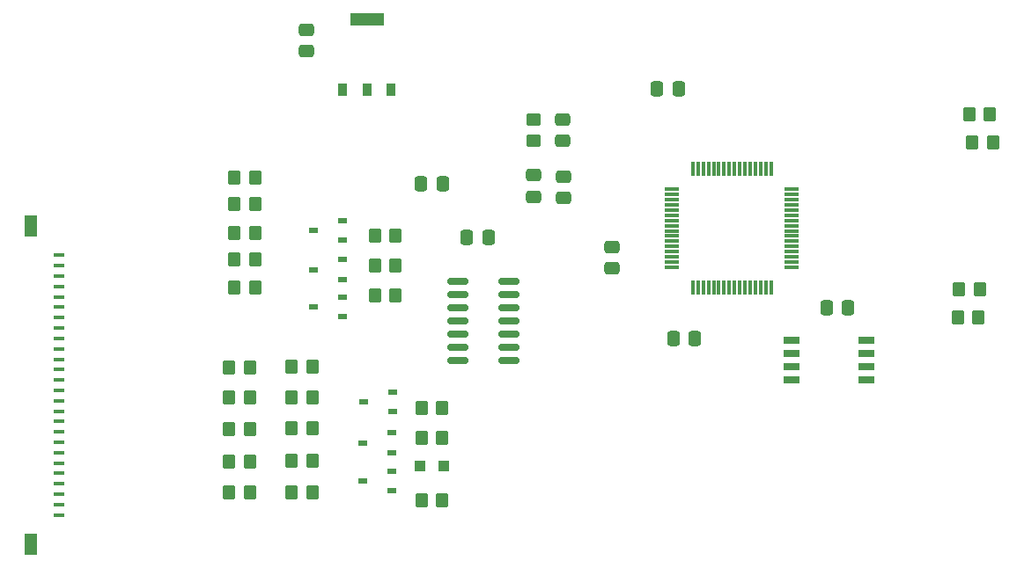
<source format=gbr>
%TF.GenerationSoftware,KiCad,Pcbnew,8.0.9*%
%TF.CreationDate,2025-04-11T10:46:46+01:00*%
%TF.ProjectId,Gotek,476f7465-6b2e-46b6-9963-61645f706362,rev?*%
%TF.SameCoordinates,Original*%
%TF.FileFunction,Paste,Top*%
%TF.FilePolarity,Positive*%
%FSLAX46Y46*%
G04 Gerber Fmt 4.6, Leading zero omitted, Abs format (unit mm)*
G04 Created by KiCad (PCBNEW 8.0.9) date 2025-04-11 10:46:46*
%MOMM*%
%LPD*%
G01*
G04 APERTURE LIST*
G04 Aperture macros list*
%AMRoundRect*
0 Rectangle with rounded corners*
0 $1 Rounding radius*
0 $2 $3 $4 $5 $6 $7 $8 $9 X,Y pos of 4 corners*
0 Add a 4 corners polygon primitive as box body*
4,1,4,$2,$3,$4,$5,$6,$7,$8,$9,$2,$3,0*
0 Add four circle primitives for the rounded corners*
1,1,$1+$1,$2,$3*
1,1,$1+$1,$4,$5*
1,1,$1+$1,$6,$7*
1,1,$1+$1,$8,$9*
0 Add four rect primitives between the rounded corners*
20,1,$1+$1,$2,$3,$4,$5,0*
20,1,$1+$1,$4,$5,$6,$7,0*
20,1,$1+$1,$6,$7,$8,$9,0*
20,1,$1+$1,$8,$9,$2,$3,0*%
G04 Aperture macros list end*
%ADD10R,1.000000X1.000000*%
%ADD11RoundRect,0.250000X-0.350000X-0.450000X0.350000X-0.450000X0.350000X0.450000X-0.350000X0.450000X0*%
%ADD12RoundRect,0.250000X-0.475000X0.337500X-0.475000X-0.337500X0.475000X-0.337500X0.475000X0.337500X0*%
%ADD13R,0.900000X0.600000*%
%ADD14RoundRect,0.250000X-0.337500X-0.475000X0.337500X-0.475000X0.337500X0.475000X-0.337500X0.475000X0*%
%ADD15R,1.000000X0.400000*%
%ADD16R,1.300000X2.000000*%
%ADD17R,1.650000X0.700000*%
%ADD18R,1.475000X0.300000*%
%ADD19R,0.300000X1.475000*%
%ADD20RoundRect,0.250000X0.337500X0.475000X-0.337500X0.475000X-0.337500X-0.475000X0.337500X-0.475000X0*%
%ADD21RoundRect,0.250000X-0.450000X0.350000X-0.450000X-0.350000X0.450000X-0.350000X0.450000X0.350000X0*%
%ADD22R,0.950000X1.300000*%
%ADD23R,3.250000X1.300000*%
%ADD24RoundRect,0.250000X0.350000X0.450000X-0.350000X0.450000X-0.350000X-0.450000X0.350000X-0.450000X0*%
%ADD25RoundRect,0.150000X-0.825000X-0.150000X0.825000X-0.150000X0.825000X0.150000X-0.825000X0.150000X0*%
G04 APERTURE END LIST*
D10*
%TO.C,DID1*%
X138650000Y-100933200D03*
X136350000Y-100933200D03*
%TD*%
D11*
%TO.C,PU5*%
X118000000Y-91398700D03*
X120000000Y-91398700D03*
%TD*%
D12*
%TO.C,C4*%
X147307300Y-72877200D03*
X147307300Y-74952200D03*
%TD*%
D11*
%TO.C,R20*%
X189160300Y-67027400D03*
X191160300Y-67027400D03*
%TD*%
D13*
%TO.C,Q5*%
X133680000Y-99616300D03*
X133680000Y-97716300D03*
X130880000Y-98666300D03*
%TD*%
D11*
%TO.C,RN4*%
X136500000Y-104171700D03*
X138500000Y-104171700D03*
%TD*%
D13*
%TO.C,Q6*%
X133702300Y-95685600D03*
X133702300Y-93785600D03*
X130902300Y-94735600D03*
%TD*%
D14*
%TO.C,C20*%
X140878700Y-78882900D03*
X142953700Y-78882900D03*
%TD*%
D11*
%TO.C,PU12*%
X118000000Y-103397000D03*
X120000000Y-103397000D03*
%TD*%
D14*
%TO.C,C6*%
X159165900Y-64573100D03*
X161240900Y-64573100D03*
%TD*%
D11*
%TO.C,PU13*%
X124000000Y-103432000D03*
X126000000Y-103432000D03*
%TD*%
%TO.C,PU2*%
X118500000Y-78432000D03*
X120500000Y-78432000D03*
%TD*%
%TO.C,PU11*%
X118000000Y-100466500D03*
X120000000Y-100466500D03*
%TD*%
D13*
%TO.C,Q3*%
X128901700Y-86500400D03*
X128901700Y-84600400D03*
X126101700Y-85550400D03*
%TD*%
D15*
%TO.C,P1*%
X101660000Y-80610000D03*
X101660000Y-81610000D03*
X101660000Y-82610001D03*
X101660000Y-83609999D03*
X101660000Y-84609999D03*
X101660000Y-85610000D03*
X101660000Y-86610000D03*
X101660000Y-87609998D03*
X101660000Y-88609999D03*
X101660000Y-89609999D03*
X101660000Y-90610000D03*
X101660000Y-91610000D03*
X101660000Y-92609998D03*
X101660000Y-93609999D03*
X101660000Y-94610000D03*
X101660000Y-95610000D03*
X101660000Y-96610001D03*
X101660000Y-97609999D03*
X101660000Y-98609999D03*
X101660000Y-99610000D03*
X101660000Y-100610000D03*
X101660000Y-101610001D03*
X101660000Y-102609999D03*
X101660000Y-103609999D03*
X101660000Y-104610000D03*
X101660000Y-105610000D03*
D16*
X98960001Y-77810025D03*
X98960001Y-108409975D03*
%TD*%
D11*
%TO.C,PU9*%
X118000000Y-97326400D03*
X120000000Y-97326400D03*
%TD*%
D13*
%TO.C,Q4*%
X133616500Y-103286600D03*
X133616500Y-101386600D03*
X130816500Y-102336600D03*
%TD*%
D11*
%TO.C,RN2*%
X132000000Y-81600700D03*
X134000000Y-81600700D03*
%TD*%
%TO.C,PU8*%
X124000000Y-97221700D03*
X126000000Y-97221700D03*
%TD*%
D14*
%TO.C,C18*%
X136468600Y-73745700D03*
X138543600Y-73745700D03*
%TD*%
D12*
%TO.C,C5*%
X150152100Y-73022500D03*
X150152100Y-75097500D03*
%TD*%
D17*
%TO.C,U8*%
X172063200Y-88788900D03*
X172063200Y-90058900D03*
X172063200Y-91328900D03*
X172063200Y-92598900D03*
X179263200Y-92598900D03*
X179263200Y-91328900D03*
X179263200Y-90058900D03*
X179263200Y-88788900D03*
%TD*%
D11*
%TO.C,RN1*%
X132000000Y-78705100D03*
X134000000Y-78705100D03*
%TD*%
D13*
%TO.C,Q2*%
X128901700Y-82938000D03*
X128901700Y-81038000D03*
X126101700Y-81988000D03*
%TD*%
D11*
%TO.C,RN3*%
X132000000Y-84461300D03*
X134000000Y-84461300D03*
%TD*%
%TO.C,RN5*%
X136500000Y-98142400D03*
X138500000Y-98142400D03*
%TD*%
D12*
%TO.C,C3*%
X150041000Y-67494900D03*
X150041000Y-69569900D03*
%TD*%
D18*
%TO.C,U3*%
X160606600Y-74250200D03*
X160606600Y-74750200D03*
X160606600Y-75250200D03*
X160606600Y-75750200D03*
X160606600Y-76250200D03*
X160606600Y-76750200D03*
X160606600Y-77250200D03*
X160606600Y-77750200D03*
X160606600Y-78250200D03*
X160606600Y-78750200D03*
X160606600Y-79250200D03*
X160606600Y-79750200D03*
X160606600Y-80250200D03*
X160606600Y-80750200D03*
X160606600Y-81250200D03*
X160606600Y-81750200D03*
D19*
X162594600Y-83738200D03*
X163094600Y-83738200D03*
X163594600Y-83738200D03*
X164094600Y-83738200D03*
X164594600Y-83738200D03*
X165094600Y-83738200D03*
X165594600Y-83738200D03*
X166094600Y-83738200D03*
X166594600Y-83738200D03*
X167094600Y-83738200D03*
X167594600Y-83738200D03*
X168094600Y-83738200D03*
X168594600Y-83738200D03*
X169094600Y-83738200D03*
X169594600Y-83738200D03*
X170094600Y-83738200D03*
D18*
X172082600Y-81750200D03*
X172082600Y-81250200D03*
X172082600Y-80750200D03*
X172082600Y-80250200D03*
X172082600Y-79750200D03*
X172082600Y-79250200D03*
X172082600Y-78750200D03*
X172082600Y-78250200D03*
X172082600Y-77750200D03*
X172082600Y-77250200D03*
X172082600Y-76750200D03*
X172082600Y-76250200D03*
X172082600Y-75750200D03*
X172082600Y-75250200D03*
X172082600Y-74750200D03*
X172082600Y-74250200D03*
D19*
X170094600Y-72262200D03*
X169594600Y-72262200D03*
X169094600Y-72262200D03*
X168594600Y-72262200D03*
X168094600Y-72262200D03*
X167594600Y-72262200D03*
X167094600Y-72262200D03*
X166594600Y-72262200D03*
X166094600Y-72262200D03*
X165594600Y-72262200D03*
X165094600Y-72262200D03*
X164594600Y-72262200D03*
X164094600Y-72262200D03*
X163594600Y-72262200D03*
X163094600Y-72262200D03*
X162594600Y-72262200D03*
%TD*%
D11*
%TO.C,PU1*%
X118500000Y-75638000D03*
X120500000Y-75638000D03*
%TD*%
D12*
%TO.C,C23*%
X125409300Y-58862000D03*
X125409300Y-60937000D03*
%TD*%
D11*
%TO.C,PU6*%
X124000000Y-94322900D03*
X126000000Y-94322900D03*
%TD*%
%TO.C,RN6*%
X136500000Y-95294400D03*
X138500000Y-95294400D03*
%TD*%
%TO.C,R2*%
X188061700Y-86620300D03*
X190061700Y-86620300D03*
%TD*%
D20*
%TO.C,C8*%
X162797400Y-88576100D03*
X160722400Y-88576100D03*
%TD*%
D21*
%TO.C,R10*%
X147250200Y-67532400D03*
X147250200Y-69532400D03*
%TD*%
D22*
%TO.C,U4*%
X128939900Y-64617600D03*
X131229900Y-64617600D03*
X133519900Y-64617600D03*
D23*
X131229900Y-57917600D03*
%TD*%
D11*
%TO.C,PU10*%
X124000000Y-100396700D03*
X126000000Y-100396700D03*
%TD*%
D24*
%TO.C,R13*%
X120500000Y-73091700D03*
X118500000Y-73091700D03*
%TD*%
D13*
%TO.C,Q1*%
X128920700Y-79137500D03*
X128920700Y-77237500D03*
X126120700Y-78187500D03*
%TD*%
D11*
%TO.C,PU14*%
X118500000Y-83734300D03*
X120500000Y-83734300D03*
%TD*%
D25*
%TO.C,U1*%
X139984100Y-83127800D03*
X139984100Y-84397800D03*
X139984100Y-85667800D03*
X139984100Y-86937800D03*
X139984100Y-88207800D03*
X139984100Y-89477800D03*
X139984100Y-90747800D03*
X144934100Y-90747800D03*
X144934100Y-89477800D03*
X144934100Y-88207800D03*
X144934100Y-86937800D03*
X144934100Y-85667800D03*
X144934100Y-84397800D03*
X144934100Y-83127800D03*
%TD*%
D11*
%TO.C,R1*%
X188169600Y-83883500D03*
X190169600Y-83883500D03*
%TD*%
%TO.C,R21*%
X189477800Y-69757900D03*
X191477800Y-69757900D03*
%TD*%
D12*
%TO.C,C9*%
X154774900Y-79794800D03*
X154774900Y-81869800D03*
%TD*%
D11*
%TO.C,PU4*%
X124000000Y-91287600D03*
X126000000Y-91287600D03*
%TD*%
%TO.C,PU3*%
X118500000Y-80978400D03*
X120500000Y-80978400D03*
%TD*%
%TO.C,PU7*%
X118000000Y-94246700D03*
X120000000Y-94246700D03*
%TD*%
D14*
%TO.C,C16*%
X175463900Y-85613900D03*
X177538900Y-85613900D03*
%TD*%
M02*

</source>
